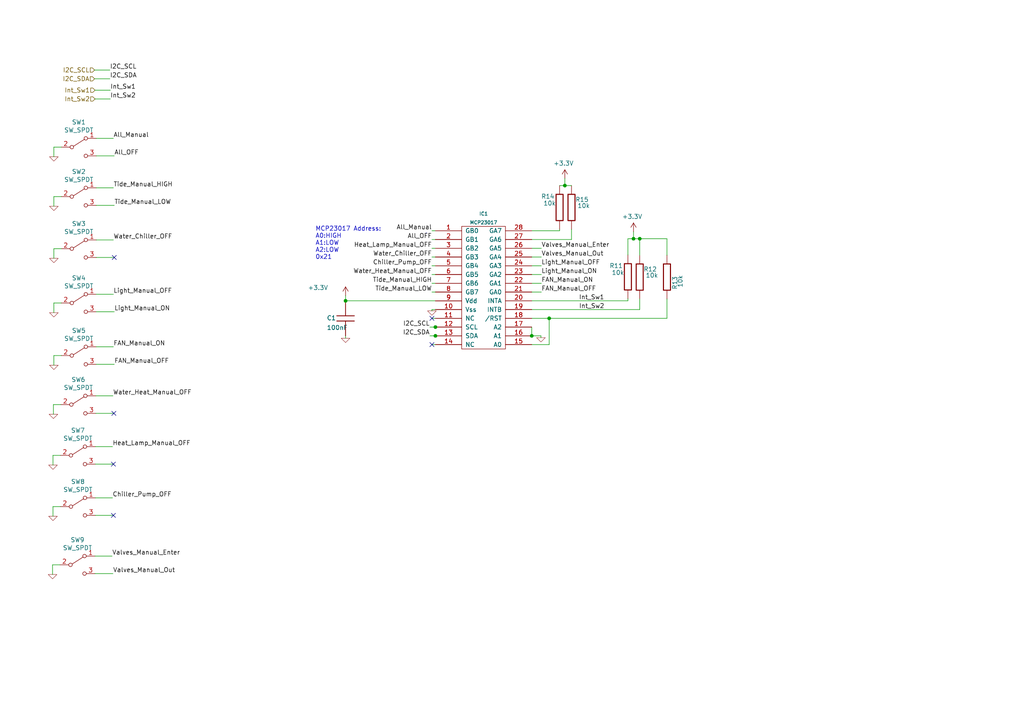
<source format=kicad_sch>
(kicad_sch (version 20230121) (generator eeschema)

  (uuid 4a77daec-90cf-4287-a957-88bcbaf93ced)

  (paper "A4")

  (lib_symbols
    (symbol "Simbolos_Luis:SW_SPDT" (pin_names (offset 0) hide) (in_bom yes) (on_board yes)
      (property "Reference" "SW" (at 0 4.318 0)
        (effects (font (size 1.27 1.27)))
      )
      (property "Value" "SW_SPDT" (at 0 -5.08 0)
        (effects (font (size 1.27 1.27)))
      )
      (property "Footprint" "" (at 0 0 0)
        (effects (font (size 1.27 1.27)) hide)
      )
      (property "Datasheet" "~" (at 0 0 0)
        (effects (font (size 1.27 1.27)) hide)
      )
      (property "ki_keywords" "switch single-pole double-throw spdt ON-ON" (at 0 0 0)
        (effects (font (size 1.27 1.27)) hide)
      )
      (property "ki_description" "Switch, single pole double throw" (at 0 0 0)
        (effects (font (size 1.27 1.27)) hide)
      )
      (symbol "SW_SPDT_0_0"
        (circle (center -2.032 0) (radius 0.508)
          (stroke (width 0) (type default))
          (fill (type none))
        )
        (circle (center 2.032 -2.54) (radius 0.508)
          (stroke (width 0) (type default))
          (fill (type none))
        )
      )
      (symbol "SW_SPDT_0_1"
        (polyline
          (pts
            (xy -1.524 0.254)
            (xy 1.651 2.286)
          )
          (stroke (width 0) (type default))
          (fill (type none))
        )
        (circle (center 2.032 2.54) (radius 0.508)
          (stroke (width 0) (type default))
          (fill (type none))
        )
      )
      (symbol "SW_SPDT_1_1"
        (pin passive line (at 5.08 2.54 180) (length 2.54)
          (name "A" (effects (font (size 1.27 1.27))))
          (number "1" (effects (font (size 1.27 1.27))))
        )
        (pin passive line (at -5.08 0 0) (length 2.54)
          (name "B" (effects (font (size 1.27 1.27))))
          (number "2" (effects (font (size 1.27 1.27))))
        )
        (pin passive line (at 5.08 -2.54 180) (length 2.54)
          (name "C" (effects (font (size 1.27 1.27))))
          (number "3" (effects (font (size 1.27 1.27))))
        )
      )
    )
    (symbol "lsts-ic:MCP23017" (pin_names (offset 1.016)) (in_bom yes) (on_board yes)
      (property "Reference" "IC" (at 2.54 -22.86 0)
        (effects (font (size 0.9906 0.9906)))
      )
      (property "Value" "MCP23017" (at 2.54 12.7 0)
        (effects (font (size 0.9906 0.9906)))
      )
      (property "Footprint" "" (at 0 0 0)
        (effects (font (size 1.524 1.524)))
      )
      (property "Datasheet" "" (at 0 0 0)
        (effects (font (size 1.524 1.524)))
      )
      (symbol "MCP23017_0_1"
        (rectangle (start -3.81 -24.13) (end 8.89 11.43)
          (stroke (width 0) (type default))
          (fill (type none))
        )
      )
      (symbol "MCP23017_1_1"
        (pin bidirectional line (at -11.43 10.16 0) (length 7.62)
          (name "GB0" (effects (font (size 1.27 1.27))))
          (number "1" (effects (font (size 1.27 1.27))))
        )
        (pin power_in line (at -11.43 -12.7 0) (length 7.62)
          (name "Vss" (effects (font (size 1.27 1.27))))
          (number "10" (effects (font (size 1.27 1.27))))
        )
        (pin unspecified line (at -11.43 -15.24 0) (length 7.62)
          (name "NC" (effects (font (size 1.27 1.27))))
          (number "11" (effects (font (size 1.27 1.27))))
        )
        (pin input line (at -11.43 -17.78 0) (length 7.62)
          (name "SCL" (effects (font (size 1.27 1.27))))
          (number "12" (effects (font (size 1.27 1.27))))
        )
        (pin bidirectional line (at -11.43 -20.32 0) (length 7.62)
          (name "SDA" (effects (font (size 1.27 1.27))))
          (number "13" (effects (font (size 1.27 1.27))))
        )
        (pin unspecified line (at -11.43 -22.86 0) (length 7.62)
          (name "NC" (effects (font (size 1.27 1.27))))
          (number "14" (effects (font (size 1.27 1.27))))
        )
        (pin input line (at 16.51 -22.86 180) (length 7.62)
          (name "A0" (effects (font (size 1.27 1.27))))
          (number "15" (effects (font (size 1.27 1.27))))
        )
        (pin input line (at 16.51 -20.32 180) (length 7.62)
          (name "A1" (effects (font (size 1.27 1.27))))
          (number "16" (effects (font (size 1.27 1.27))))
        )
        (pin input line (at 16.51 -17.78 180) (length 7.62)
          (name "A2" (effects (font (size 1.27 1.27))))
          (number "17" (effects (font (size 1.27 1.27))))
        )
        (pin input line (at 16.51 -15.24 180) (length 7.62)
          (name "/RST" (effects (font (size 1.27 1.27))))
          (number "18" (effects (font (size 1.27 1.27))))
        )
        (pin output line (at 16.51 -12.7 180) (length 7.62)
          (name "INTB" (effects (font (size 1.27 1.27))))
          (number "19" (effects (font (size 1.27 1.27))))
        )
        (pin bidirectional line (at -11.43 7.62 0) (length 7.62)
          (name "GB1" (effects (font (size 1.27 1.27))))
          (number "2" (effects (font (size 1.27 1.27))))
        )
        (pin output line (at 16.51 -10.16 180) (length 7.62)
          (name "INTA" (effects (font (size 1.27 1.27))))
          (number "20" (effects (font (size 1.27 1.27))))
        )
        (pin bidirectional line (at 16.51 -7.62 180) (length 7.62)
          (name "GA0" (effects (font (size 1.27 1.27))))
          (number "21" (effects (font (size 1.27 1.27))))
        )
        (pin bidirectional line (at 16.51 -5.08 180) (length 7.62)
          (name "GA1" (effects (font (size 1.27 1.27))))
          (number "22" (effects (font (size 1.27 1.27))))
        )
        (pin bidirectional line (at 16.51 -2.54 180) (length 7.62)
          (name "GA2" (effects (font (size 1.27 1.27))))
          (number "23" (effects (font (size 1.27 1.27))))
        )
        (pin bidirectional line (at 16.51 0 180) (length 7.62)
          (name "GA3" (effects (font (size 1.27 1.27))))
          (number "24" (effects (font (size 1.27 1.27))))
        )
        (pin bidirectional line (at 16.51 2.54 180) (length 7.62)
          (name "GA4" (effects (font (size 1.27 1.27))))
          (number "25" (effects (font (size 1.27 1.27))))
        )
        (pin bidirectional line (at 16.51 5.08 180) (length 7.62)
          (name "GA5" (effects (font (size 1.27 1.27))))
          (number "26" (effects (font (size 1.27 1.27))))
        )
        (pin bidirectional line (at 16.51 7.62 180) (length 7.62)
          (name "GA6" (effects (font (size 1.27 1.27))))
          (number "27" (effects (font (size 1.27 1.27))))
        )
        (pin bidirectional line (at 16.51 10.16 180) (length 7.62)
          (name "GA7" (effects (font (size 1.27 1.27))))
          (number "28" (effects (font (size 1.27 1.27))))
        )
        (pin bidirectional line (at -11.43 5.08 0) (length 7.62)
          (name "GB2" (effects (font (size 1.27 1.27))))
          (number "3" (effects (font (size 1.27 1.27))))
        )
        (pin bidirectional line (at -11.43 2.54 0) (length 7.62)
          (name "GB3" (effects (font (size 1.27 1.27))))
          (number "4" (effects (font (size 1.27 1.27))))
        )
        (pin bidirectional line (at -11.43 0 0) (length 7.62)
          (name "GB4" (effects (font (size 1.27 1.27))))
          (number "5" (effects (font (size 1.27 1.27))))
        )
        (pin bidirectional line (at -11.43 -2.54 0) (length 7.62)
          (name "GB5" (effects (font (size 1.27 1.27))))
          (number "6" (effects (font (size 1.27 1.27))))
        )
        (pin bidirectional line (at -11.43 -5.08 0) (length 7.62)
          (name "GB6" (effects (font (size 1.27 1.27))))
          (number "7" (effects (font (size 1.27 1.27))))
        )
        (pin bidirectional line (at -11.43 -7.62 0) (length 7.62)
          (name "GB7" (effects (font (size 1.27 1.27))))
          (number "8" (effects (font (size 1.27 1.27))))
        )
        (pin power_in line (at -11.43 -10.16 0) (length 7.62)
          (name "Vdd" (effects (font (size 1.27 1.27))))
          (number "9" (effects (font (size 1.27 1.27))))
        )
        (pin power_in line (at -11.43 -10.16 0) (length 7.62)
          (name "Vdd" (effects (font (size 1.27 1.27))))
          (number "9" (effects (font (size 1.27 1.27))))
        )
      )
    )
    (symbol "lsts-passives:C" (pin_numbers hide) (pin_names (offset 0.254)) (in_bom yes) (on_board yes)
      (property "Reference" "C" (at 1.27 2.54 0)
        (effects (font (size 1.27 1.27)) (justify left))
      )
      (property "Value" "C" (at 1.27 -2.54 0)
        (effects (font (size 1.27 1.27)) (justify left))
      )
      (property "Footprint" "" (at 0 0 0)
        (effects (font (size 1.524 1.524)))
      )
      (property "Datasheet" "" (at 0 0 0)
        (effects (font (size 1.524 1.524)))
      )
      (property "ki_fp_filters" "C_*" (at 0 0 0)
        (effects (font (size 1.27 1.27)) hide)
      )
      (symbol "C_0_1"
        (polyline
          (pts
            (xy -2.54 -0.762)
            (xy 2.54 -0.762)
          )
          (stroke (width 0.254) (type default))
          (fill (type none))
        )
        (polyline
          (pts
            (xy -2.54 0.762)
            (xy 2.54 0.762)
          )
          (stroke (width 0.254) (type default))
          (fill (type none))
        )
      )
      (symbol "C_1_1"
        (pin passive line (at 0 5.08 270) (length 4.318)
          (name "~" (effects (font (size 1.016 1.016))))
          (number "1" (effects (font (size 1.016 1.016))))
        )
        (pin passive line (at 0 -5.08 90) (length 4.318)
          (name "~" (effects (font (size 1.016 1.016))))
          (number "2" (effects (font (size 1.016 1.016))))
        )
      )
    )
    (symbol "lsts-passives:R" (pin_numbers hide) (pin_names (offset 0)) (in_bom yes) (on_board yes)
      (property "Reference" "R" (at 2.032 0 90)
        (effects (font (size 1.27 1.27)))
      )
      (property "Value" "R" (at 0 0 90)
        (effects (font (size 1.27 1.27)))
      )
      (property "Footprint" "" (at 0 0 0)
        (effects (font (size 1.524 1.524)))
      )
      (property "Datasheet" "" (at 0 0 0)
        (effects (font (size 1.524 1.524)))
      )
      (property "ki_fp_filters" "R_*" (at 0 0 0)
        (effects (font (size 1.27 1.27)) hide)
      )
      (symbol "R_0_1"
        (rectangle (start -1.016 3.81) (end 1.016 -3.81)
          (stroke (width 0.3048) (type default))
          (fill (type none))
        )
      )
      (symbol "R_1_1"
        (pin passive line (at 0 6.35 270) (length 2.54)
          (name "~" (effects (font (size 1.524 1.524))))
          (number "1" (effects (font (size 1.524 1.524))))
        )
        (pin passive line (at 0 -6.35 90) (length 2.54)
          (name "~" (effects (font (size 1.524 1.524))))
          (number "2" (effects (font (size 1.524 1.524))))
        )
      )
    )
    (symbol "power1:+3.3V" (power) (pin_names (offset 0)) (in_bom yes) (on_board yes)
      (property "Reference" "#PWR" (at 0 -3.81 0)
        (effects (font (size 1.27 1.27)) hide)
      )
      (property "Value" "+3.3V" (at 0 3.556 0)
        (effects (font (size 1.27 1.27)))
      )
      (property "Footprint" "" (at 0 0 0)
        (effects (font (size 1.27 1.27)) hide)
      )
      (property "Datasheet" "" (at 0 0 0)
        (effects (font (size 1.27 1.27)) hide)
      )
      (property "ki_keywords" "power-flag" (at 0 0 0)
        (effects (font (size 1.27 1.27)) hide)
      )
      (property "ki_description" "Power symbol creates a global label with name \"+3.3V\"" (at 0 0 0)
        (effects (font (size 1.27 1.27)) hide)
      )
      (symbol "+3.3V_0_1"
        (polyline
          (pts
            (xy -0.762 1.27)
            (xy 0 2.54)
          )
          (stroke (width 0) (type default))
          (fill (type none))
        )
        (polyline
          (pts
            (xy 0 0)
            (xy 0 2.54)
          )
          (stroke (width 0) (type default))
          (fill (type none))
        )
        (polyline
          (pts
            (xy 0 2.54)
            (xy 0.762 1.27)
          )
          (stroke (width 0) (type default))
          (fill (type none))
        )
      )
      (symbol "+3.3V_1_1"
        (pin power_in line (at 0 0 90) (length 0) hide
          (name "+3.3V" (effects (font (size 1.27 1.27))))
          (number "1" (effects (font (size 1.27 1.27))))
        )
      )
    )
    (symbol "power:GND" (power) (pin_names (offset 0)) (in_bom yes) (on_board yes)
      (property "Reference" "#PWR" (at 0 0 0)
        (effects (font (size 0.762 0.762)) hide)
      )
      (property "Value" "GND" (at 0 -1.778 0)
        (effects (font (size 0.762 0.762)) hide)
      )
      (property "Footprint" "" (at 0 0 0)
        (effects (font (size 1.524 1.524)))
      )
      (property "Datasheet" "" (at 0 0 0)
        (effects (font (size 1.524 1.524)))
      )
      (symbol "GND_0_1"
        (polyline
          (pts
            (xy -1.27 0)
            (xy 0 -1.27)
            (xy 1.27 0)
            (xy -1.27 0)
          )
          (stroke (width 0.1016) (type default))
          (fill (type none))
        )
      )
      (symbol "GND_1_1"
        (pin power_in line (at 0 0 90) (length 0) hide
          (name "GND" (effects (font (size 0.762 0.762))))
          (number "1" (effects (font (size 0.762 0.762))))
        )
      )
    )
  )

  (junction (at 185.547 69.2404) (diameter 0) (color 0 0 0 0)
    (uuid 159402ab-2382-44de-a8a1-aef3bfc32a49)
  )
  (junction (at 100.2284 87.249) (diameter 0) (color 0 0 0 0)
    (uuid 1ef7f0bf-b3b8-443d-9924-308df951d37f)
  )
  (junction (at 183.7436 69.2404) (diameter 0) (color 0 0 0 0)
    (uuid 356b6d76-1199-4339-8890-cfdfd91256f9)
  )
  (junction (at 163.83 53.8226) (diameter 0) (color 0 0 0 0)
    (uuid 3f58b2c5-9738-425d-9b1e-ca1611205df0)
  )
  (junction (at 126.2888 94.869) (diameter 0) (color 0 0 0 0)
    (uuid 772449d7-e24b-4012-8b6c-40963f985084)
  )
  (junction (at 126.2888 97.409) (diameter 0) (color 0 0 0 0)
    (uuid bfd0d9ac-e483-4bdc-839d-28aacbf0be80)
  )
  (junction (at 154.2288 97.409) (diameter 0) (color 0 0 0 0)
    (uuid ef5373b6-82b6-4ac7-869a-cc4ca6e2b665)
  )
  (junction (at 159.2834 92.329) (diameter 0) (color 0 0 0 0)
    (uuid fbf799dc-79d0-4b0c-8f09-8907e99eafd8)
  )

  (no_connect (at 125.2728 99.949) (uuid 077f176a-65f8-4ac0-b519-a4e913923c25))
  (no_connect (at 32.893 149.479) (uuid 3ef172b7-c87e-4cc5-9b73-e079a226dabe))
  (no_connect (at 125.2728 92.329) (uuid 7a4d78d8-714c-46df-8f44-390569a1a104))
  (no_connect (at 33.02 119.888) (uuid b19e989d-6699-49a4-9b60-fd12bde62903))
  (no_connect (at 32.893 134.62) (uuid c5301533-f8e8-4674-9f52-64003a392bb6))
  (no_connect (at 33.147 74.676) (uuid d0e7eb35-ecf7-4830-9f1d-1b9446209df5))

  (wire (pts (xy 193.4464 69.2404) (xy 185.547 69.2404))
    (stroke (width 0) (type default))
    (uuid 02a63f3c-5548-4872-a512-824b402171be)
  )
  (wire (pts (xy 125.2728 79.629) (xy 126.2888 79.629))
    (stroke (width 0) (type default))
    (uuid 0356f1ce-e6a6-40ef-bb06-0e9c20d80879)
  )
  (wire (pts (xy 154.2288 72.009) (xy 157.0228 72.009))
    (stroke (width 0) (type default))
    (uuid 07297490-88f1-4693-b4d9-b5620a56fa43)
  )
  (wire (pts (xy 27.94 45.212) (xy 33.147 45.212))
    (stroke (width 0) (type default))
    (uuid 08fd2f8a-725d-46c5-aeb1-16d5c35f373b)
  )
  (wire (pts (xy 193.4464 74.0156) (xy 193.4464 69.2404))
    (stroke (width 0) (type default))
    (uuid 0a04ecdb-cdca-497d-8706-2d65c53fb00d)
  )
  (wire (pts (xy 27.94 90.424) (xy 33.147 90.424))
    (stroke (width 0) (type default))
    (uuid 0e40cc5b-23ff-45fc-b169-25e88171f21f)
  )
  (wire (pts (xy 162.306 53.8226) (xy 163.83 53.8226))
    (stroke (width 0) (type default))
    (uuid 10262477-1ee2-4129-9ec4-b86d447ad05c)
  )
  (wire (pts (xy 126.2888 92.329) (xy 125.2728 92.329))
    (stroke (width 0) (type default))
    (uuid 10a69a1d-fe46-4632-bf60-d5e0a97455d0)
  )
  (wire (pts (xy 124.6632 97.409) (xy 126.2888 97.409))
    (stroke (width 0) (type default))
    (uuid 116b0b67-b97b-4f37-b263-4b0e88f208b4)
  )
  (wire (pts (xy 27.432 20.32) (xy 31.877 20.32))
    (stroke (width 0) (type default))
    (uuid 11b8cf63-2006-4ca0-8cef-a7d78236aae0)
  )
  (wire (pts (xy 27.813 114.808) (xy 32.766 114.808))
    (stroke (width 0) (type default))
    (uuid 135de708-7715-40dc-b7ed-a77e96a2c923)
  )
  (wire (pts (xy 154.2288 84.709) (xy 157.0228 84.709))
    (stroke (width 0) (type default))
    (uuid 137bfaf2-2c86-4794-88d0-ac3dc3625d74)
  )
  (wire (pts (xy 27.94 54.483) (xy 32.893 54.483))
    (stroke (width 0) (type default))
    (uuid 13d50384-49ed-44d4-8969-15a04c3a0916)
  )
  (wire (pts (xy 154.2288 66.929) (xy 162.306 66.929))
    (stroke (width 0) (type default))
    (uuid 158beed6-d913-4011-88cd-acaedbd694db)
  )
  (wire (pts (xy 27.686 149.479) (xy 32.893 149.479))
    (stroke (width 0) (type default))
    (uuid 18364780-86cf-42dd-8cab-3c078175c0fb)
  )
  (wire (pts (xy 15.367 146.939) (xy 17.526 146.939))
    (stroke (width 0) (type default))
    (uuid 1ac3637b-373e-4c65-9828-3551beeb6bc1)
  )
  (wire (pts (xy 15.621 72.136) (xy 17.78 72.136))
    (stroke (width 0) (type default))
    (uuid 24bdbe1a-c2ec-4f40-b47f-df9723847e87)
  )
  (wire (pts (xy 125.2728 72.009) (xy 126.2888 72.009))
    (stroke (width 0) (type default))
    (uuid 27f979c8-8b19-4e51-9d64-ab2adb698d89)
  )
  (wire (pts (xy 125.2728 82.169) (xy 126.2888 82.169))
    (stroke (width 0) (type default))
    (uuid 29edac24-3f0c-4058-866a-d4463cfbbfae)
  )
  (wire (pts (xy 125.2728 77.089) (xy 126.2888 77.089))
    (stroke (width 0) (type default))
    (uuid 2d490f59-7a60-4195-bfec-6adca48e2ceb)
  )
  (wire (pts (xy 27.94 59.563) (xy 33.147 59.563))
    (stroke (width 0) (type default))
    (uuid 2e560132-8c69-4ea1-9166-9eefdf78d5fa)
  )
  (wire (pts (xy 124.6632 94.869) (xy 126.2888 94.869))
    (stroke (width 0) (type default))
    (uuid 36e492bf-8480-45ea-a335-a21eb6ff2fc9)
  )
  (wire (pts (xy 126.2888 94.869) (xy 126.3142 94.869))
    (stroke (width 0) (type default))
    (uuid 3badd01f-e244-45f0-93b5-f27e7f0eed1b)
  )
  (wire (pts (xy 27.686 129.54) (xy 32.639 129.54))
    (stroke (width 0) (type default))
    (uuid 3c418c82-f117-44fc-802c-e66152e4c3d5)
  )
  (wire (pts (xy 159.2834 92.329) (xy 193.4464 92.329))
    (stroke (width 0) (type default))
    (uuid 3d3265ab-fd92-466e-989e-26869125bb10)
  )
  (wire (pts (xy 193.4464 92.329) (xy 193.4464 86.7156))
    (stroke (width 0) (type default))
    (uuid 46c83fe0-7d52-4af2-8daf-cdc598fdea47)
  )
  (wire (pts (xy 156.8958 97.409) (xy 156.8958 97.917))
    (stroke (width 0) (type default))
    (uuid 4b3753fb-244e-4813-a2c4-a7f58b1d9ef9)
  )
  (wire (pts (xy 125.2728 74.549) (xy 126.2888 74.549))
    (stroke (width 0) (type default))
    (uuid 4bc1cc6c-5a09-4288-ad22-d8e6343c9053)
  )
  (wire (pts (xy 154.2288 74.549) (xy 157.0228 74.549))
    (stroke (width 0) (type default))
    (uuid 50691e82-9089-45bd-9559-59d2d2296b23)
  )
  (wire (pts (xy 27.559 28.702) (xy 32.004 28.702))
    (stroke (width 0) (type default))
    (uuid 50961f08-645c-4cde-9983-049dbed5c42a)
  )
  (wire (pts (xy 182.118 86.6394) (xy 182.118 87.249))
    (stroke (width 0) (type default))
    (uuid 50dc1afd-9641-4d2e-b042-2c2ed644685c)
  )
  (wire (pts (xy 154.2288 77.089) (xy 157.0228 77.089))
    (stroke (width 0) (type default))
    (uuid 529cfdc5-e88a-42d3-9a82-d992b6f3cc88)
  )
  (wire (pts (xy 27.559 161.29) (xy 32.512 161.29))
    (stroke (width 0) (type default))
    (uuid 540f762d-0cd2-40cc-9be0-42eef7073164)
  )
  (wire (pts (xy 100.2284 85.7504) (xy 100.2284 87.249))
    (stroke (width 0) (type default))
    (uuid 5521d34b-82f9-403b-9bb3-24f1994a114a)
  )
  (wire (pts (xy 15.367 146.939) (xy 15.367 149.733))
    (stroke (width 0) (type default))
    (uuid 64a864c2-b93c-4e39-819f-fbea0d3ffa98)
  )
  (wire (pts (xy 182.118 73.9394) (xy 182.118 69.2404))
    (stroke (width 0) (type default))
    (uuid 65310158-bfc3-4d89-a2d0-2a384e68d2a2)
  )
  (wire (pts (xy 15.621 42.672) (xy 17.78 42.672))
    (stroke (width 0) (type default))
    (uuid 6b9dfe21-5a40-4083-9332-308b7e2fb935)
  )
  (wire (pts (xy 27.94 40.132) (xy 32.893 40.132))
    (stroke (width 0) (type default))
    (uuid 6bffc45a-2b3f-44d2-933e-6cf661077d08)
  )
  (wire (pts (xy 165.7604 66.5226) (xy 165.7604 69.469))
    (stroke (width 0) (type default))
    (uuid 6d87d20f-c4ac-4360-8755-e5ffbbef4978)
  )
  (wire (pts (xy 154.2288 92.329) (xy 159.2834 92.329))
    (stroke (width 0) (type default))
    (uuid 72fab417-50a2-41da-8a87-9959e16b2150)
  )
  (wire (pts (xy 15.621 87.884) (xy 17.78 87.884))
    (stroke (width 0) (type default))
    (uuid 75228639-6876-4937-a9c1-a2f9b5a8b387)
  )
  (wire (pts (xy 15.621 103.124) (xy 17.78 103.124))
    (stroke (width 0) (type default))
    (uuid 77028729-e077-4d6d-b8f7-f19ac3edfe70)
  )
  (wire (pts (xy 27.94 105.664) (xy 33.147 105.664))
    (stroke (width 0) (type default))
    (uuid 78288080-f090-4002-976b-1af1891768d1)
  )
  (wire (pts (xy 27.686 144.399) (xy 32.639 144.399))
    (stroke (width 0) (type default))
    (uuid 786f90ce-3ad2-411d-9cf3-21a0ce926641)
  )
  (wire (pts (xy 27.432 22.86) (xy 31.877 22.86))
    (stroke (width 0) (type default))
    (uuid 792fce4b-b690-4d6b-8699-2cf103824766)
  )
  (wire (pts (xy 27.813 119.888) (xy 33.02 119.888))
    (stroke (width 0) (type default))
    (uuid 793c8cbd-0bef-4f3a-8d5d-af72efc39830)
  )
  (wire (pts (xy 185.547 86.7156) (xy 185.547 89.789))
    (stroke (width 0) (type default))
    (uuid 79de7983-76f5-487a-8dcb-100726aa15a0)
  )
  (wire (pts (xy 182.118 69.2404) (xy 183.7436 69.2404))
    (stroke (width 0) (type default))
    (uuid 7bf29556-efbb-4dd9-a67f-40cc490660f5)
  )
  (wire (pts (xy 162.306 66.929) (xy 162.306 66.5226))
    (stroke (width 0) (type default))
    (uuid 7ea4f0a0-7f4b-49a7-b292-141f918b8852)
  )
  (wire (pts (xy 27.559 166.37) (xy 32.766 166.37))
    (stroke (width 0) (type default))
    (uuid 88a40f5f-b77e-4a59-bd9e-a01f3abbd38b)
  )
  (wire (pts (xy 27.94 69.596) (xy 32.893 69.596))
    (stroke (width 0) (type default))
    (uuid 8e06144a-a677-4ca1-a751-d1d83cb0e8d7)
  )
  (wire (pts (xy 163.83 53.8226) (xy 163.83 51.7652))
    (stroke (width 0) (type default))
    (uuid 9053cfaa-37c0-4c29-8f33-1130f6010a7f)
  )
  (wire (pts (xy 154.2288 99.949) (xy 159.2834 99.949))
    (stroke (width 0) (type default))
    (uuid 953794e1-4ff8-47fa-8d68-46cfd333903e)
  )
  (wire (pts (xy 125.2728 66.929) (xy 126.2888 66.929))
    (stroke (width 0) (type default))
    (uuid 95681efc-ad4e-4e6e-b165-35a036419259)
  )
  (wire (pts (xy 27.686 134.62) (xy 32.893 134.62))
    (stroke (width 0) (type default))
    (uuid 95f07c91-a6da-4d33-8c16-76f3b148b081)
  )
  (wire (pts (xy 15.494 117.348) (xy 15.494 120.142))
    (stroke (width 0) (type default))
    (uuid 9718b7bf-ab3a-4651-b87a-76c9cb041108)
  )
  (wire (pts (xy 125.2728 84.709) (xy 126.2888 84.709))
    (stroke (width 0) (type default))
    (uuid a0537a3a-fe6e-4131-a3c3-9fff501cb56e)
  )
  (wire (pts (xy 15.621 87.884) (xy 15.621 90.678))
    (stroke (width 0) (type default))
    (uuid a28a6370-b242-4d8d-a968-17f3421d2ddd)
  )
  (wire (pts (xy 183.7436 69.2404) (xy 183.7436 67.2084))
    (stroke (width 0) (type default))
    (uuid a28c75f2-008b-41ff-86bb-3ece3db68d1c)
  )
  (wire (pts (xy 27.559 26.162) (xy 32.004 26.162))
    (stroke (width 0) (type default))
    (uuid a6b5ab61-6f03-4337-a00d-5dce52fb7be6)
  )
  (wire (pts (xy 15.621 57.023) (xy 17.78 57.023))
    (stroke (width 0) (type default))
    (uuid ac112076-74cf-4128-bc19-32946019c8ec)
  )
  (wire (pts (xy 163.83 53.8226) (xy 165.7604 53.8226))
    (stroke (width 0) (type default))
    (uuid adf15aaf-8956-46fe-9bd6-316a24907100)
  )
  (wire (pts (xy 100.2284 87.249) (xy 126.2888 87.249))
    (stroke (width 0) (type default))
    (uuid ae8dbc7b-2cf6-4f21-ad37-780bd7c635e8)
  )
  (wire (pts (xy 15.24 163.83) (xy 17.399 163.83))
    (stroke (width 0) (type default))
    (uuid b208100e-f940-4e80-8d60-28166146330a)
  )
  (wire (pts (xy 154.2288 89.789) (xy 185.547 89.789))
    (stroke (width 0) (type default))
    (uuid b277fe16-dd5e-49a9-9ebe-f85e89d63324)
  )
  (wire (pts (xy 154.2288 94.869) (xy 154.2288 97.409))
    (stroke (width 0) (type default))
    (uuid bec1aba4-e95b-465a-ad55-ff5b7364ee1e)
  )
  (wire (pts (xy 27.94 85.344) (xy 32.893 85.344))
    (stroke (width 0) (type default))
    (uuid c17f1203-8eca-48bd-9c24-14a2144c8109)
  )
  (wire (pts (xy 15.367 132.08) (xy 17.526 132.08))
    (stroke (width 0) (type default))
    (uuid c465dd16-1797-4e2e-96c7-c0bf4ee02dda)
  )
  (wire (pts (xy 154.2288 79.629) (xy 157.0228 79.629))
    (stroke (width 0) (type default))
    (uuid c5658757-1db1-4c0b-8bf3-b7760f139d18)
  )
  (wire (pts (xy 27.94 100.584) (xy 32.893 100.584))
    (stroke (width 0) (type default))
    (uuid c7859752-877f-4395-8b5b-df62b453a5b7)
  )
  (wire (pts (xy 100.2284 87.249) (xy 100.2284 87.2744))
    (stroke (width 0) (type default))
    (uuid c7b24d01-e4b1-446b-a8d1-ff497dbc0e35)
  )
  (wire (pts (xy 126.2888 99.949) (xy 125.2728 99.949))
    (stroke (width 0) (type default))
    (uuid c99d1f68-4752-463e-bcb1-684466286648)
  )
  (wire (pts (xy 125.2728 90.17) (xy 125.2728 89.789))
    (stroke (width 0) (type default))
    (uuid cb6be5e8-db18-4438-bba1-f51bdc3755c4)
  )
  (wire (pts (xy 15.24 163.83) (xy 15.24 166.624))
    (stroke (width 0) (type default))
    (uuid cf4adcb4-9b37-43a6-8efa-48b0f4ee9cb1)
  )
  (wire (pts (xy 15.621 72.136) (xy 15.621 74.93))
    (stroke (width 0) (type default))
    (uuid d0e1a963-a5e3-47a0-9976-96a44145210f)
  )
  (wire (pts (xy 15.367 132.08) (xy 15.367 134.874))
    (stroke (width 0) (type default))
    (uuid d270d53a-75e1-4e6b-a691-be9943c93fde)
  )
  (wire (pts (xy 125.2728 69.469) (xy 126.2888 69.469))
    (stroke (width 0) (type default))
    (uuid d2b00767-a2ab-4579-852f-0eb04da14bc1)
  )
  (wire (pts (xy 154.2288 69.469) (xy 165.7604 69.469))
    (stroke (width 0) (type default))
    (uuid d68f01dd-ef0f-4e27-8766-ab6f2077023c)
  )
  (wire (pts (xy 100.2284 97.4344) (xy 100.2284 98.0948))
    (stroke (width 0) (type default))
    (uuid da9ebe19-cef4-462e-a60f-5b98a3c326f1)
  )
  (wire (pts (xy 185.547 74.0156) (xy 185.547 69.2404))
    (stroke (width 0) (type default))
    (uuid ddc237d1-8a31-4484-9226-1f651b1aa40e)
  )
  (wire (pts (xy 154.2288 82.169) (xy 157.0228 82.169))
    (stroke (width 0) (type default))
    (uuid e2fff2c1-7e91-4654-b29c-4c838a55e763)
  )
  (wire (pts (xy 15.494 117.348) (xy 17.653 117.348))
    (stroke (width 0) (type default))
    (uuid e5f35ce7-e5b0-477f-893e-e407ffbcac3b)
  )
  (wire (pts (xy 15.621 42.672) (xy 15.621 45.466))
    (stroke (width 0) (type default))
    (uuid ea4b0ff0-e172-4af5-8869-4a04bf71ae4b)
  )
  (wire (pts (xy 154.2288 87.249) (xy 182.118 87.249))
    (stroke (width 0) (type default))
    (uuid f1955e8f-a53e-4929-894c-f6dd5c651322)
  )
  (wire (pts (xy 154.2288 97.409) (xy 156.8958 97.409))
    (stroke (width 0) (type default))
    (uuid f3bcd3fe-0055-498d-b50c-162f21e72cc1)
  )
  (wire (pts (xy 27.94 74.676) (xy 33.147 74.676))
    (stroke (width 0) (type default))
    (uuid f4115ff6-7596-44d3-ba43-8eef9f3c3141)
  )
  (wire (pts (xy 126.2888 97.409) (xy 126.3142 97.409))
    (stroke (width 0) (type default))
    (uuid f653ff5f-78c3-4f7e-87a8-03ad19384b1d)
  )
  (wire (pts (xy 159.2834 92.329) (xy 159.2834 99.949))
    (stroke (width 0) (type default))
    (uuid f70c7564-4a19-4621-bea1-74ffbcb21ae7)
  )
  (wire (pts (xy 185.547 69.2404) (xy 183.7436 69.2404))
    (stroke (width 0) (type default))
    (uuid f79f0108-8d92-4fb7-a984-5a460f93bf97)
  )
  (wire (pts (xy 15.621 57.023) (xy 15.621 59.817))
    (stroke (width 0) (type default))
    (uuid fc0d5a7f-42ef-4d6d-9128-1a2154ddd095)
  )
  (wire (pts (xy 15.621 103.124) (xy 15.621 105.918))
    (stroke (width 0) (type default))
    (uuid fc2fbc7f-a224-4370-9aed-20a4be3a4765)
  )
  (wire (pts (xy 125.2728 89.789) (xy 126.2888 89.789))
    (stroke (width 0) (type default))
    (uuid fec853da-660c-491f-a5fb-f635e4c55c9c)
  )

  (text "MCP23017 Address: \nA0:HIGH\nA1:LOW\nA2:LOW\n0x21" (at 91.4654 75.4126 0)
    (effects (font (size 1.27 1.27)) (justify left bottom))
    (uuid b8ca0a95-3557-4a0c-83bb-2fb705fb9f14)
  )
  (text "wewew" (at 123.698 67.7418 0)
    (effects (font (size 0 0)) (justify right bottom))
    (uuid fe73c740-3381-4217-b360-37fe825f3934)
  )

  (label "Tide_Manual_HIGH" (at 125.2728 82.169 180) (fields_autoplaced)
    (effects (font (size 1.27 1.27)) (justify right bottom))
    (uuid 00de70f4-59b1-4805-9c74-5968266b6bdb)
  )
  (label "Chiller_Pump_OFF" (at 32.639 144.399 0) (fields_autoplaced)
    (effects (font (size 1.27 1.27)) (justify left bottom))
    (uuid 065febe7-660e-4033-81ab-10e93472278f)
  )
  (label "FAN_Manual_ON" (at 32.893 100.584 0) (fields_autoplaced)
    (effects (font (size 1.27 1.27)) (justify left bottom))
    (uuid 109b4613-4df2-483a-b41e-ce22b1528cd0)
  )
  (label "Heat_Lamp_Manual_OFF" (at 125.2728 72.009 180) (fields_autoplaced)
    (effects (font (size 1.27 1.27)) (justify right bottom))
    (uuid 132fae90-5540-44d1-9039-2612bb0bb7a8)
  )
  (label "Chiller_Pump_OFF" (at 125.2728 77.089 180) (fields_autoplaced)
    (effects (font (size 1.27 1.27)) (justify right bottom))
    (uuid 178f1cd3-7b1d-403a-8e90-b7494d8f62f3)
  )
  (label "Int_Sw2" (at 32.004 28.702 0) (fields_autoplaced)
    (effects (font (size 1.27 1.27)) (justify left bottom))
    (uuid 18344ff8-0afc-4e15-b66b-e6b11167e37a)
  )
  (label "Water_Chiller_OFF" (at 125.2728 74.549 180) (fields_autoplaced)
    (effects (font (size 1.27 1.27)) (justify right bottom))
    (uuid 32b89390-3469-4924-8016-9b272342ca1a)
  )
  (label "Int_Sw1" (at 167.894 87.249 0) (fields_autoplaced)
    (effects (font (size 1.27 1.27)) (justify left bottom))
    (uuid 3b798125-7ef5-4c49-ba24-cdbd1b1f90ae)
  )
  (label "Heat_Lamp_Manual_OFF" (at 32.639 129.54 0) (fields_autoplaced)
    (effects (font (size 1.27 1.27)) (justify left bottom))
    (uuid 427518e8-7674-4e9e-b638-29aa85f4aca1)
  )
  (label "All_OFF" (at 125.2728 69.469 180) (fields_autoplaced)
    (effects (font (size 1.27 1.27)) (justify right bottom))
    (uuid 42b73a71-3ec4-499d-936a-49bbf7fdc96d)
  )
  (label "Light_Manual_OFF" (at 157.0228 77.089 0) (fields_autoplaced)
    (effects (font (size 1.27 1.27)) (justify left bottom))
    (uuid 47bd3c99-fba3-4844-8e0f-db2c13c2c58a)
  )
  (label "Water_Chiller_OFF" (at 32.893 69.596 0) (fields_autoplaced)
    (effects (font (size 1.27 1.27)) (justify left bottom))
    (uuid 4eeceae2-f4ec-4de3-9540-03f686931726)
  )
  (label "I2C_SDA" (at 31.877 22.86 0) (fields_autoplaced)
    (effects (font (size 1.27 1.27)) (justify left bottom))
    (uuid 506c8c48-1307-4492-8e1b-de7e2d4d68ed)
  )
  (label "Valves_Manual_Out" (at 32.766 166.37 0) (fields_autoplaced)
    (effects (font (size 1.27 1.27)) (justify left bottom))
    (uuid 54c6350e-c330-4016-8196-cd6192b2f099)
  )
  (label "I2C_SCL" (at 124.6632 94.869 180) (fields_autoplaced)
    (effects (font (size 1.27 1.27)) (justify right bottom))
    (uuid 560fa431-7ba6-4656-9fc4-705652f0b1a2)
  )
  (label "All_Manual" (at 32.893 40.132 0) (fields_autoplaced)
    (effects (font (size 1.27 1.27)) (justify left bottom))
    (uuid 58f37db3-6dac-434a-a9e6-b9111d1693da)
  )
  (label "Int_Sw2" (at 167.9194 89.789 0) (fields_autoplaced)
    (effects (font (size 1.27 1.27)) (justify left bottom))
    (uuid 63b070b0-ce1c-4da8-8b0c-f8f492fe3184)
  )
  (label "FAN_Manual_ON" (at 157.0228 82.169 0) (fields_autoplaced)
    (effects (font (size 1.27 1.27)) (justify left bottom))
    (uuid 6b47da9b-7a21-4bc8-a193-86e62221891f)
  )
  (label "Light_Manual_ON" (at 33.147 90.424 0) (fields_autoplaced)
    (effects (font (size 1.27 1.27)) (justify left bottom))
    (uuid 762024d6-e832-4493-9390-edee4a9d63ab)
  )
  (label "All_Manual" (at 125.2728 66.929 180) (fields_autoplaced)
    (effects (font (size 1.27 1.27)) (justify right bottom))
    (uuid 76da44e5-341f-47f0-8792-f5f750bda6fc)
  )
  (label "Water_Heat_Manual_OFF" (at 32.766 114.808 0) (fields_autoplaced)
    (effects (font (size 1.27 1.27)) (justify left bottom))
    (uuid 78fd25fe-080e-46b0-824a-be9eeaf68d44)
  )
  (label "Tide_Manual_LOW" (at 125.2728 84.709 180) (fields_autoplaced)
    (effects (font (size 1.27 1.27)) (justify right bottom))
    (uuid 807aefab-e577-4935-a2b9-301e1d56cd9a)
  )
  (label "Valves_Manual_Enter" (at 157.0228 72.009 0) (fields_autoplaced)
    (effects (font (size 1.27 1.27)) (justify left bottom))
    (uuid 977574ea-099e-435a-bc4a-b3664b27a535)
  )
  (label "Light_Manual_OFF" (at 32.893 85.344 0) (fields_autoplaced)
    (effects (font (size 1.27 1.27)) (justify left bottom))
    (uuid 9893d12f-e4dd-48ed-a469-968ed40020b8)
  )
  (label "Tide_Manual_LOW" (at 33.147 59.563 0) (fields_autoplaced)
    (effects (font (size 1.27 1.27)) (justify left bottom))
    (uuid a73ecf46-f71f-455c-ab25-fe6bf4317e69)
  )
  (label "Int_Sw1" (at 32.004 26.162 0) (fields_autoplaced)
    (effects (font (size 1.27 1.27)) (justify left bottom))
    (uuid a99055bc-5668-4a86-bbb8-951bcd34c6ea)
  )
  (label "Tide_Manual_HIGH" (at 32.893 54.483 0) (fields_autoplaced)
    (effects (font (size 1.27 1.27)) (justify left bottom))
    (uuid b6a04950-eaed-4a2f-ae29-9b1638843dd3)
  )
  (label "FAN_Manual_OFF" (at 33.147 105.664 0) (fields_autoplaced)
    (effects (font (size 1.27 1.27)) (justify left bottom))
    (uuid b81b6b84-66b6-4212-a18a-e196dac290a0)
  )
  (label "FAN_Manual_OFF" (at 157.0228 84.709 0) (fields_autoplaced)
    (effects (font (size 1.27 1.27)) (justify left bottom))
    (uuid b8388281-e52e-4c04-b610-4eba05a0aa6f)
  )
  (label "Light_Manual_ON" (at 157.0228 79.629 0) (fields_autoplaced)
    (effects (font (size 1.27 1.27)) (justify left bottom))
    (uuid dc2508a6-1e97-4f5e-bb94-49e60b6c18f3)
  )
  (label "I2C_SDA" (at 124.6632 97.409 180) (fields_autoplaced)
    (effects (font (size 1.27 1.27)) (justify right bottom))
    (uuid e2f0d6ba-80b7-4906-b3ed-bc652e86413e)
  )
  (label "All_OFF" (at 33.147 45.212 0) (fields_autoplaced)
    (effects (font (size 1.27 1.27)) (justify left bottom))
    (uuid e4abfaa6-2591-49d2-8f90-c91c0a0fa05c)
  )
  (label "Valves_Manual_Enter" (at 32.512 161.29 0) (fields_autoplaced)
    (effects (font (size 1.27 1.27)) (justify left bottom))
    (uuid e89bead5-26ea-439a-a39d-0db13b628e74)
  )
  (label "I2C_SCL" (at 31.877 20.32 0) (fields_autoplaced)
    (effects (font (size 1.27 1.27)) (justify left bottom))
    (uuid f28ee995-b846-4587-ba9d-7e4eb4356171)
  )
  (label "Valves_Manual_Out" (at 157.0228 74.549 0) (fields_autoplaced)
    (effects (font (size 1.27 1.27)) (justify left bottom))
    (uuid f747f67e-6bef-4879-ad39-ad135a005f66)
  )
  (label "Water_Heat_Manual_OFF" (at 125.2728 79.629 180) (fields_autoplaced)
    (effects (font (size 1.27 1.27)) (justify right bottom))
    (uuid fd4d3421-3760-44ca-80b7-643fd9d2d175)
  )

  (hierarchical_label "I2C_SCL" (shape input) (at 27.432 20.32 180) (fields_autoplaced)
    (effects (font (size 1.27 1.27)) (justify right))
    (uuid 1024da46-c6a1-4234-889e-2f736e3ff5e5)
  )
  (hierarchical_label "Int_Sw1" (shape input) (at 27.559 26.162 180) (fields_autoplaced)
    (effects (font (size 1.27 1.27)) (justify right))
    (uuid 1cd9549e-bc90-4826-89f0-e0ab120eb206)
  )
  (hierarchical_label "Int_Sw2" (shape input) (at 27.559 28.702 180) (fields_autoplaced)
    (effects (font (size 1.27 1.27)) (justify right))
    (uuid 6ecd1a22-8627-43a4-8f57-9eebbff7a800)
  )
  (hierarchical_label "I2C_SDA" (shape input) (at 27.432 22.86 180) (fields_autoplaced)
    (effects (font (size 1.27 1.27)) (justify right))
    (uuid bce1336d-bd10-4fc6-a5ac-8bc7eb280035)
  )

  (symbol (lib_id "Simbolos_Luis:SW_SPDT") (at 22.606 132.08 0) (unit 1)
    (in_bom yes) (on_board yes) (dnp no)
    (uuid 00000000-0000-0000-0000-0000620c394d)
    (property "Reference" "SW7" (at 22.606 124.841 0)
      (effects (font (size 1.27 1.27)))
    )
    (property "Value" "SW_SPDT" (at 22.606 127.1524 0)
      (effects (font (size 1.27 1.27)))
    )
    (property "Footprint" "lsts-conn:SW_100SP1T1B1M1QEH" (at 22.606 132.08 0)
      (effects (font (size 1.27 1.27)) hide)
    )
    (property "Datasheet" "1-1825137-6" (at 22.606 132.08 0)
      (effects (font (size 1.27 1.27)) hide)
    )
    (pin "1" (uuid ca162017-82f1-4d48-91db-66df8cf627de))
    (pin "2" (uuid ac0070c7-5905-438e-a66a-1a804b5a2bec))
    (pin "3" (uuid 883dc5bf-9f77-4942-9dba-27af0583d6ad))
    (instances
      (project "Front_Panel"
        (path "/7815d474-d18c-43ef-9749-eb74c9745b2f/00000000-0000-0000-0000-0000621c3274"
          (reference "SW7") (unit 1)
        )
      )
    )
  )

  (symbol (lib_id "Simbolos_Luis:SW_SPDT") (at 22.86 42.672 0) (unit 1)
    (in_bom yes) (on_board yes) (dnp no)
    (uuid 00000000-0000-0000-0000-0000620d90de)
    (property "Reference" "SW1" (at 22.86 35.433 0)
      (effects (font (size 1.27 1.27)))
    )
    (property "Value" "SW_SPDT" (at 22.86 37.7444 0)
      (effects (font (size 1.27 1.27)))
    )
    (property "Footprint" "lsts-conn:SW_100SP1T1B1M1QEH" (at 22.86 42.672 0)
      (effects (font (size 1.27 1.27)) hide)
    )
    (property "Datasheet" "1-1825137-6" (at 22.86 42.672 0)
      (effects (font (size 1.27 1.27)) hide)
    )
    (pin "1" (uuid c4f6b4b8-2177-45b3-b5ad-41f2e3ceaedf))
    (pin "2" (uuid 901edcda-1db0-41e4-9015-d345d17f1021))
    (pin "3" (uuid 6b2f4ce5-6f3a-4fc2-a863-1859a2db4369))
    (instances
      (project "Front_Panel"
        (path "/7815d474-d18c-43ef-9749-eb74c9745b2f/00000000-0000-0000-0000-0000621c3274"
          (reference "SW1") (unit 1)
        )
      )
    )
  )

  (symbol (lib_id "Simbolos_Luis:SW_SPDT") (at 22.86 57.023 0) (unit 1)
    (in_bom yes) (on_board yes) (dnp no)
    (uuid 00000000-0000-0000-0000-0000620e167c)
    (property "Reference" "SW2" (at 22.86 49.784 0)
      (effects (font (size 1.27 1.27)))
    )
    (property "Value" "SW_SPDT" (at 22.86 52.0954 0)
      (effects (font (size 1.27 1.27)))
    )
    (property "Footprint" "lsts-conn:SW_100SP1T1B1M1QEH" (at 22.86 57.023 0)
      (effects (font (size 1.27 1.27)) hide)
    )
    (property "Datasheet" "1-1825137-6" (at 22.86 57.023 0)
      (effects (font (size 1.27 1.27)) hide)
    )
    (pin "1" (uuid 9a5aca05-0a98-477c-b7e7-cbb5f359106e))
    (pin "2" (uuid d4ec484d-4150-40d2-8401-635b34da7dab))
    (pin "3" (uuid d5dd0c91-dcaf-4646-b3c3-22859c3a6d7a))
    (instances
      (project "Front_Panel"
        (path "/7815d474-d18c-43ef-9749-eb74c9745b2f/00000000-0000-0000-0000-0000621c3274"
          (reference "SW2") (unit 1)
        )
      )
    )
  )

  (symbol (lib_id "Simbolos_Luis:SW_SPDT") (at 22.86 72.136 0) (unit 1)
    (in_bom yes) (on_board yes) (dnp no)
    (uuid 00000000-0000-0000-0000-0000620ea980)
    (property "Reference" "SW3" (at 22.86 64.897 0)
      (effects (font (size 1.27 1.27)))
    )
    (property "Value" "SW_SPDT" (at 22.86 67.2084 0)
      (effects (font (size 1.27 1.27)))
    )
    (property "Footprint" "lsts-conn:SW_100SP1T1B1M1QEH" (at 22.86 72.136 0)
      (effects (font (size 1.27 1.27)) hide)
    )
    (property "Datasheet" "1-1825137-6" (at 22.86 72.136 0)
      (effects (font (size 1.27 1.27)) hide)
    )
    (pin "1" (uuid f4a1af2e-d221-4d3d-bbf5-bba376bc4b10))
    (pin "2" (uuid 4bfd9d3b-bfac-4e34-9745-b8aedaf0e420))
    (pin "3" (uuid 19b6600c-6831-4207-9a9f-e0fad170a83e))
    (instances
      (project "Front_Panel"
        (path "/7815d474-d18c-43ef-9749-eb74c9745b2f/00000000-0000-0000-0000-0000621c3274"
          (reference "SW3") (unit 1)
        )
      )
    )
  )

  (symbol (lib_id "Simbolos_Luis:SW_SPDT") (at 22.86 87.884 0) (unit 1)
    (in_bom yes) (on_board yes) (dnp no)
    (uuid 00000000-0000-0000-0000-0000620f4a6e)
    (property "Reference" "SW4" (at 22.86 80.645 0)
      (effects (font (size 1.27 1.27)))
    )
    (property "Value" "SW_SPDT" (at 22.86 82.9564 0)
      (effects (font (size 1.27 1.27)))
    )
    (property "Footprint" "lsts-conn:SW_100SP1T1B1M1QEH" (at 22.86 87.884 0)
      (effects (font (size 1.27 1.27)) hide)
    )
    (property "Datasheet" "1-1825137-6" (at 22.86 87.884 0)
      (effects (font (size 1.27 1.27)) hide)
    )
    (pin "1" (uuid 11568dbc-a342-4961-932b-7a185cbc0ced))
    (pin "2" (uuid 223ae365-0ec8-40ec-b47b-414579b83546))
    (pin "3" (uuid c148f491-d53b-4339-b371-4899c73c9e74))
    (instances
      (project "Front_Panel"
        (path "/7815d474-d18c-43ef-9749-eb74c9745b2f/00000000-0000-0000-0000-0000621c3274"
          (reference "SW4") (unit 1)
        )
      )
    )
  )

  (symbol (lib_id "Simbolos_Luis:SW_SPDT") (at 22.86 103.124 0) (unit 1)
    (in_bom yes) (on_board yes) (dnp no)
    (uuid 00000000-0000-0000-0000-000062100372)
    (property "Reference" "SW5" (at 22.86 95.885 0)
      (effects (font (size 1.27 1.27)))
    )
    (property "Value" "SW_SPDT" (at 22.86 98.1964 0)
      (effects (font (size 1.27 1.27)))
    )
    (property "Footprint" "lsts-conn:SW_100SP1T1B1M1QEH" (at 22.86 103.124 0)
      (effects (font (size 1.27 1.27)) hide)
    )
    (property "Datasheet" "1-1825137-6" (at 22.86 103.124 0)
      (effects (font (size 1.27 1.27)) hide)
    )
    (pin "1" (uuid b6290dbf-167c-446f-81df-7b4a40b7c46c))
    (pin "2" (uuid 9a6ce4e4-4dd4-4f4c-8452-09927cfdc94e))
    (pin "3" (uuid bd977b6d-d259-482b-8779-b07a1f6efe91))
    (instances
      (project "Front_Panel"
        (path "/7815d474-d18c-43ef-9749-eb74c9745b2f/00000000-0000-0000-0000-0000621c3274"
          (reference "SW5") (unit 1)
        )
      )
    )
  )

  (symbol (lib_id "Simbolos_Luis:SW_SPDT") (at 22.733 117.348 0) (unit 1)
    (in_bom yes) (on_board yes) (dnp no)
    (uuid 00000000-0000-0000-0000-0000623fc97e)
    (property "Reference" "SW6" (at 22.733 110.109 0)
      (effects (font (size 1.27 1.27)))
    )
    (property "Value" "SW_SPDT" (at 22.733 112.4204 0)
      (effects (font (size 1.27 1.27)))
    )
    (property "Footprint" "lsts-conn:SW_100SP1T1B1M1QEH" (at 22.733 117.348 0)
      (effects (font (size 1.27 1.27)) hide)
    )
    (property "Datasheet" "1-1825137-6" (at 22.733 117.348 0)
      (effects (font (size 1.27 1.27)) hide)
    )
    (pin "1" (uuid 282ca7f8-0704-400a-aa22-29100a70ccdc))
    (pin "2" (uuid 34666505-1cdf-400e-bbc7-876ebf5ff433))
    (pin "3" (uuid 5a1a3b8d-9fd5-489d-8771-f7d52385b543))
    (instances
      (project "Front_Panel"
        (path "/7815d474-d18c-43ef-9749-eb74c9745b2f/00000000-0000-0000-0000-0000621c3274"
          (reference "SW6") (unit 1)
        )
      )
    )
  )

  (symbol (lib_id "lsts-passives:R") (at 193.4464 80.3656 0) (mirror y) (unit 1)
    (in_bom yes) (on_board yes) (dnp no)
    (uuid 0bf21fab-4b39-4016-a2fa-f450f6e221a2)
    (property "Reference" "R13" (at 195.7324 82.042 90)
      (effects (font (size 1.27 1.27)))
    )
    (property "Value" "10k" (at 197.3072 81.5848 90)
      (effects (font (size 1.27 1.27)))
    )
    (property "Footprint" "lsts-passives:R_0603" (at 193.4464 80.3656 0)
      (effects (font (size 1.524 1.524)) hide)
    )
    (property "Datasheet" "" (at 193.4464 80.3656 0)
      (effects (font (size 1.524 1.524)))
    )
    (pin "1" (uuid 30e0cde6-76c3-44c9-868d-87ff358280ac))
    (pin "2" (uuid b25b3771-c8d0-4fee-a002-eb36c6c04e05))
    (instances
      (project "Front_Panel"
        (path "/7815d474-d18c-43ef-9749-eb74c9745b2f/00000000-0000-0000-0000-0000621c3274"
          (reference "R13") (unit 1)
        )
      )
    )
  )

  (symbol (lib_id "power:GND") (at 125.2728 90.17 0) (unit 1)
    (in_bom yes) (on_board yes) (dnp no)
    (uuid 21ec7a54-3316-49c7-8736-4e1e5b067a13)
    (property "Reference" "#PWR013" (at 125.2728 90.17 0)
      (effects (font (size 0.762 0.762)) hide)
    )
    (property "Value" "GND" (at 125.2728 91.948 0)
      (effects (font (size 0.762 0.762)) hide)
    )
    (property "Footprint" "" (at 125.2728 90.17 0)
      (effects (font (size 1.524 1.524)))
    )
    (property "Datasheet" "" (at 125.2728 90.17 0)
      (effects (font (size 1.524 1.524)))
    )
    (pin "1" (uuid 6bf46244-9ad5-41de-94d0-9b885cc34f7c))
    (instances
      (project "Front_Panel"
        (path "/7815d474-d18c-43ef-9749-eb74c9745b2f/00000000-0000-0000-0000-0000621c3274"
          (reference "#PWR013") (unit 1)
        )
      )
    )
  )

  (symbol (lib_id "lsts-passives:R") (at 182.118 80.2894 0) (mirror y) (unit 1)
    (in_bom yes) (on_board yes) (dnp no)
    (uuid 29c288e9-1582-4a7a-b5a0-e04f6bc31d21)
    (property "Reference" "R11" (at 178.7144 77.089 0)
      (effects (font (size 1.27 1.27)))
    )
    (property "Value" "10k" (at 179.2224 79.0702 0)
      (effects (font (size 1.27 1.27)))
    )
    (property "Footprint" "lsts-passives:R_0603" (at 182.118 80.2894 0)
      (effects (font (size 1.524 1.524)) hide)
    )
    (property "Datasheet" "" (at 182.118 80.2894 0)
      (effects (font (size 1.524 1.524)))
    )
    (pin "1" (uuid c2818696-310d-4069-b2d2-015d3da1b946))
    (pin "2" (uuid 41d39702-a0a3-442f-80d9-8bc6e79579b6))
    (instances
      (project "Front_Panel"
        (path "/7815d474-d18c-43ef-9749-eb74c9745b2f/00000000-0000-0000-0000-0000621c3274"
          (reference "R11") (unit 1)
        )
      )
    )
  )

  (symbol (lib_id "power:GND") (at 15.621 59.817 0) (unit 1)
    (in_bom yes) (on_board yes) (dnp no)
    (uuid 2d1e7523-53e8-496d-989f-19638ae3ee83)
    (property "Reference" "#PWR07" (at 15.621 59.817 0)
      (effects (font (size 0.762 0.762)) hide)
    )
    (property "Value" "GND" (at 15.621 61.595 0)
      (effects (font (size 0.762 0.762)) hide)
    )
    (property "Footprint" "" (at 15.621 59.817 0)
      (effects (font (size 1.524 1.524)))
    )
    (property "Datasheet" "" (at 15.621 59.817 0)
      (effects (font (size 1.524 1.524)))
    )
    (pin "1" (uuid 7ec55466-f4fc-4136-9c3b-b7508f42c3e8))
    (instances
      (project "Front_Panel"
        (path "/7815d474-d18c-43ef-9749-eb74c9745b2f/00000000-0000-0000-0000-0000621c3274"
          (reference "#PWR07") (unit 1)
        )
      )
    )
  )

  (symbol (lib_id "power1:+3.3V") (at 183.7436 67.2084 0) (mirror y) (unit 1)
    (in_bom yes) (on_board yes) (dnp no)
    (uuid 455b36e9-c36b-4672-a472-eab420d30af2)
    (property "Reference" "#PWR015" (at 183.7436 71.0184 0)
      (effects (font (size 1.27 1.27)) hide)
    )
    (property "Value" "+3.3V-power1" (at 183.3626 62.8142 0)
      (effects (font (size 1.27 1.27)))
    )
    (property "Footprint" "" (at 183.7436 67.2084 0)
      (effects (font (size 1.27 1.27)) hide)
    )
    (property "Datasheet" "" (at 183.7436 67.2084 0)
      (effects (font (size 1.27 1.27)) hide)
    )
    (pin "1" (uuid 7a77c6bc-ba7f-47f1-892b-6ec384af20b1))
    (instances
      (project "Front_Panel"
        (path "/7815d474-d18c-43ef-9749-eb74c9745b2f/00000000-0000-0000-0000-0000621c3274"
          (reference "#PWR015") (unit 1)
        )
      )
    )
  )

  (symbol (lib_id "power:GND") (at 15.621 105.918 0) (unit 1)
    (in_bom yes) (on_board yes) (dnp no)
    (uuid 65917555-81ce-44a7-be71-91f4364abe24)
    (property "Reference" "#PWR010" (at 15.621 105.918 0)
      (effects (font (size 0.762 0.762)) hide)
    )
    (property "Value" "GND" (at 15.621 107.696 0)
      (effects (font (size 0.762 0.762)) hide)
    )
    (property "Footprint" "" (at 15.621 105.918 0)
      (effects (font (size 1.524 1.524)))
    )
    (property "Datasheet" "" (at 15.621 105.918 0)
      (effects (font (size 1.524 1.524)))
    )
    (pin "1" (uuid ed8905d4-406f-4da1-9c3c-45fe582a771b))
    (instances
      (project "Front_Panel"
        (path "/7815d474-d18c-43ef-9749-eb74c9745b2f/00000000-0000-0000-0000-0000621c3274"
          (reference "#PWR010") (unit 1)
        )
      )
    )
  )

  (symbol (lib_id "power:GND") (at 15.367 134.874 0) (unit 1)
    (in_bom yes) (on_board yes) (dnp no)
    (uuid 6a06c4ef-af16-46ef-8a96-2ef1b20fa230)
    (property "Reference" "#PWR03" (at 15.367 134.874 0)
      (effects (font (size 0.762 0.762)) hide)
    )
    (property "Value" "GND" (at 15.367 136.652 0)
      (effects (font (size 0.762 0.762)) hide)
    )
    (property "Footprint" "" (at 15.367 134.874 0)
      (effects (font (size 1.524 1.524)))
    )
    (property "Datasheet" "" (at 15.367 134.874 0)
      (effects (font (size 1.524 1.524)))
    )
    (pin "1" (uuid a02c5233-a0d0-448b-8e18-2269a17307e7))
    (instances
      (project "Front_Panel"
        (path "/7815d474-d18c-43ef-9749-eb74c9745b2f/00000000-0000-0000-0000-0000621c3274"
          (reference "#PWR03") (unit 1)
        )
      )
    )
  )

  (symbol (lib_id "lsts-ic:MCP23017") (at 137.7188 77.089 0) (unit 1)
    (in_bom yes) (on_board yes) (dnp no) (fields_autoplaced)
    (uuid 6cfe04dd-b950-4e0a-ad17-31dbf7d85135)
    (property "Reference" "IC1" (at 140.2588 62.0014 0)
      (effects (font (size 0.9906 0.9906)))
    )
    (property "Value" "MCP23017" (at 140.2588 64.5414 0)
      (effects (font (size 0.9906 0.9906)))
    )
    (property "Footprint" "lsts-ic:SOIC28W" (at 137.7188 77.089 0)
      (effects (font (size 1.524 1.524)) hide)
    )
    (property "Datasheet" "" (at 137.7188 77.089 0)
      (effects (font (size 1.524 1.524)))
    )
    (pin "1" (uuid e08da599-0363-40fd-a3d3-c9b2271a305a))
    (pin "10" (uuid baf6b9b8-0144-43c1-843e-9787bfeaa93b))
    (pin "11" (uuid 2c13cb5c-b430-4123-9f80-93df4ea68a1f))
    (pin "12" (uuid 1873b881-18f2-4faf-b399-1a14905639e9))
    (pin "13" (uuid e95b6475-84e4-4d6c-8343-d9c42e666676))
    (pin "14" (uuid 6227ed6d-0495-4b60-af7e-4d606419519b))
    (pin "15" (uuid e63be86d-8238-4833-b7b7-14c927f49c31))
    (pin "16" (uuid 26598f51-8c10-4092-aff9-71c8c3a40bbb))
    (pin "17" (uuid 19f4313b-bbfc-4961-81be-560b6eb464cf))
    (pin "18" (uuid 422b5517-e0b9-4676-862d-ede67bacaafb))
    (pin "19" (uuid bd878f28-ec00-4fdb-98c5-e3f8e811263b))
    (pin "2" (uuid cbf3f50d-7819-4ec1-af7f-d403d3850a40))
    (pin "20" (uuid 840c1d89-3fad-4e19-a3c8-b1e8096b4a05))
    (pin "21" (uuid 0dacfaf9-82b9-46dd-b1a5-50e166b4f64e))
    (pin "22" (uuid b1aebc1e-b58a-43e2-a180-18585e443ab7))
    (pin "23" (uuid 8417e20b-00f5-4425-a34b-f705abfbe89e))
    (pin "24" (uuid d383438d-dd6f-4e7e-84e2-b0dd6a70a289))
    (pin "25" (uuid 8ce363f0-0da3-4c07-acbb-75b9807fadea))
    (pin "26" (uuid 6dcbf4f5-aa17-4d8b-95f6-f02a84d44ae3))
    (pin "27" (uuid 61a648fd-188b-4b3c-8250-6b1c3c364c12))
    (pin "28" (uuid cb2fbbc8-cd8a-41b0-9adc-7b4494321f46))
    (pin "3" (uuid 0d468897-fba7-4164-b7a6-8c42caea1d03))
    (pin "4" (uuid 320f86a3-baee-4e54-8de2-966c5a470d93))
    (pin "5" (uuid 44062d70-4b91-41a9-bdbd-c981e2e6cbca))
    (pin "6" (uuid aa9cd8b0-c8b2-4c6f-9e7b-ee2b4d6c45a3))
    (pin "7" (uuid 19250c48-8795-474c-b922-444f35923e97))
    (pin "8" (uuid de266350-f833-4a01-8878-e5f98f796af4))
    (pin "9" (uuid cc30e550-4439-4b6e-9718-0a284b065f1b))
    (pin "9" (uuid cc30e550-4439-4b6e-9718-0a284b065f1b))
    (instances
      (project "Front_Panel"
        (path "/7815d474-d18c-43ef-9749-eb74c9745b2f/00000000-0000-0000-0000-0000621c3274"
          (reference "IC1") (unit 1)
        )
      )
    )
  )

  (symbol (lib_id "power:GND") (at 15.621 90.678 0) (unit 1)
    (in_bom yes) (on_board yes) (dnp no)
    (uuid 6ef33141-4320-4dca-9830-31c654fa3533)
    (property "Reference" "#PWR09" (at 15.621 90.678 0)
      (effects (font (size 0.762 0.762)) hide)
    )
    (property "Value" "GND" (at 15.621 92.456 0)
      (effects (font (size 0.762 0.762)) hide)
    )
    (property "Footprint" "" (at 15.621 90.678 0)
      (effects (font (size 1.524 1.524)))
    )
    (property "Datasheet" "" (at 15.621 90.678 0)
      (effects (font (size 1.524 1.524)))
    )
    (pin "1" (uuid 8bd7e1a0-17cf-4776-8fcc-7d504792dec9))
    (instances
      (project "Front_Panel"
        (path "/7815d474-d18c-43ef-9749-eb74c9745b2f/00000000-0000-0000-0000-0000621c3274"
          (reference "#PWR09") (unit 1)
        )
      )
    )
  )

  (symbol (lib_id "power:GND") (at 15.621 45.466 0) (unit 1)
    (in_bom yes) (on_board yes) (dnp no)
    (uuid 73f26bff-e4e3-46e3-87fe-b2632515ee37)
    (property "Reference" "#PWR06" (at 15.621 45.466 0)
      (effects (font (size 0.762 0.762)) hide)
    )
    (property "Value" "GND" (at 15.621 47.244 0)
      (effects (font (size 0.762 0.762)) hide)
    )
    (property "Footprint" "" (at 15.621 45.466 0)
      (effects (font (size 1.524 1.524)))
    )
    (property "Datasheet" "" (at 15.621 45.466 0)
      (effects (font (size 1.524 1.524)))
    )
    (pin "1" (uuid a1538688-ce6c-47cc-9da0-cdbd808b04a0))
    (instances
      (project "Front_Panel"
        (path "/7815d474-d18c-43ef-9749-eb74c9745b2f/00000000-0000-0000-0000-0000621c3274"
          (reference "#PWR06") (unit 1)
        )
      )
    )
  )

  (symbol (lib_id "lsts-passives:R") (at 162.306 60.1726 0) (mirror y) (unit 1)
    (in_bom yes) (on_board yes) (dnp no)
    (uuid 7864581f-92e1-4ac7-b5bc-ce8e2aefa5c1)
    (property "Reference" "R14" (at 158.9024 56.9722 0)
      (effects (font (size 1.27 1.27)))
    )
    (property "Value" "10k" (at 159.4104 58.9534 0)
      (effects (font (size 1.27 1.27)))
    )
    (property "Footprint" "lsts-passives:R_0603" (at 162.306 60.1726 0)
      (effects (font (size 1.524 1.524)) hide)
    )
    (property "Datasheet" "" (at 162.306 60.1726 0)
      (effects (font (size 1.524 1.524)))
    )
    (pin "1" (uuid ffffffbb-1c7e-4f7a-95f4-7c8d5d1be1e5))
    (pin "2" (uuid 5c9d91b2-9623-4110-995c-e8a5bfbd6c8d))
    (instances
      (project "Front_Panel"
        (path "/7815d474-d18c-43ef-9749-eb74c9745b2f/00000000-0000-0000-0000-0000621c3274"
          (reference "R14") (unit 1)
        )
      )
    )
  )

  (symbol (lib_id "Simbolos_Luis:SW_SPDT") (at 22.479 163.83 0) (unit 1)
    (in_bom yes) (on_board yes) (dnp no)
    (uuid 8a2c7093-d25d-4ce7-9939-6d050eff168e)
    (property "Reference" "SW9" (at 22.479 156.591 0)
      (effects (font (size 1.27 1.27)))
    )
    (property "Value" "SW_SPDT" (at 22.479 158.9024 0)
      (effects (font (size 1.27 1.27)))
    )
    (property "Footprint" "lsts-conn:SW_100SP1T1B1M1QEH" (at 22.479 163.83 0)
      (effects (font (size 1.27 1.27)) hide)
    )
    (property "Datasheet" "1-1825137-6" (at 22.479 163.83 0)
      (effects (font (size 1.27 1.27)) hide)
    )
    (pin "1" (uuid 5503e1a3-1605-4da3-94a4-b45b13de8500))
    (pin "2" (uuid b5443b72-cd98-4089-baa7-63b17f941af3))
    (pin "3" (uuid fefb90af-bd78-426d-a095-6ec5ab752c9e))
    (instances
      (project "Front_Panel"
        (path "/7815d474-d18c-43ef-9749-eb74c9745b2f/00000000-0000-0000-0000-0000621c3274"
          (reference "SW9") (unit 1)
        )
      )
    )
  )

  (symbol (lib_id "lsts-passives:R") (at 165.7604 60.1726 0) (mirror y) (unit 1)
    (in_bom yes) (on_board yes) (dnp no)
    (uuid 9122b099-de59-41b9-848b-55a9818c1b6e)
    (property "Reference" "R15" (at 168.8084 57.8866 0)
      (effects (font (size 1.27 1.27)))
    )
    (property "Value" "10k" (at 169.291 59.6646 0)
      (effects (font (size 1.27 1.27)))
    )
    (property "Footprint" "lsts-passives:R_0603" (at 165.7604 60.1726 0)
      (effects (font (size 1.524 1.524)) hide)
    )
    (property "Datasheet" "" (at 165.7604 60.1726 0)
      (effects (font (size 1.524 1.524)))
    )
    (pin "1" (uuid 9b06141e-eaff-46fe-8e11-6a220eaed9a6))
    (pin "2" (uuid 68ad5a49-82c7-4a8b-aa88-189dc1b35250))
    (instances
      (project "Front_Panel"
        (path "/7815d474-d18c-43ef-9749-eb74c9745b2f/00000000-0000-0000-0000-0000621c3274"
          (reference "R15") (unit 1)
        )
      )
    )
  )

  (symbol (lib_id "lsts-passives:C") (at 100.2284 92.3544 0) (unit 1)
    (in_bom yes) (on_board yes) (dnp no)
    (uuid a3cf9b62-1bad-4c23-8513-8f226b371cd1)
    (property "Reference" "C1" (at 94.7674 92.2274 0)
      (effects (font (size 1.27 1.27)) (justify left))
    )
    (property "Value" "100nF" (at 94.7674 95.0214 0)
      (effects (font (size 1.27 1.27)) (justify left))
    )
    (property "Footprint" "lsts-passives:C_0603" (at 100.2284 92.3544 0)
      (effects (font (size 1.524 1.524)) hide)
    )
    (property "Datasheet" "" (at 100.2284 92.3544 0)
      (effects (font (size 1.524 1.524)))
    )
    (pin "1" (uuid 68dadac3-a1f7-4838-b75f-e4ecfc626387))
    (pin "2" (uuid ad9e8808-9ce6-4ea6-b725-b45ee97df61b))
    (instances
      (project "Front_Panel"
        (path "/7815d474-d18c-43ef-9749-eb74c9745b2f/00000000-0000-0000-0000-0000621c3274"
          (reference "C1") (unit 1)
        )
      )
    )
  )

  (symbol (lib_id "power:GND") (at 100.2284 98.0948 0) (unit 1)
    (in_bom yes) (on_board yes) (dnp no)
    (uuid c2e20bc6-99d2-4e31-b6fc-ee6b38327c69)
    (property "Reference" "#PWR012" (at 100.2284 98.0948 0)
      (effects (font (size 0.762 0.762)) hide)
    )
    (property "Value" "GND" (at 100.2284 99.8728 0)
      (effects (font (size 0.762 0.762)) hide)
    )
    (property "Footprint" "" (at 100.2284 98.0948 0)
      (effects (font (size 1.524 1.524)))
    )
    (property "Datasheet" "" (at 100.2284 98.0948 0)
      (effects (font (size 1.524 1.524)))
    )
    (pin "1" (uuid f2e17c1c-a862-4ac3-84bb-811e67784ae1))
    (instances
      (project "Front_Panel"
        (path "/7815d474-d18c-43ef-9749-eb74c9745b2f/00000000-0000-0000-0000-0000621c3274"
          (reference "#PWR012") (unit 1)
        )
      )
    )
  )

  (symbol (lib_id "power:GND") (at 15.494 120.142 0) (unit 1)
    (in_bom yes) (on_board yes) (dnp no)
    (uuid d0f63a3c-ae67-425d-ae3a-44bf1e0824c1)
    (property "Reference" "#PWR05" (at 15.494 120.142 0)
      (effects (font (size 0.762 0.762)) hide)
    )
    (property "Value" "GND" (at 15.494 121.92 0)
      (effects (font (size 0.762 0.762)) hide)
    )
    (property "Footprint" "" (at 15.494 120.142 0)
      (effects (font (size 1.524 1.524)))
    )
    (property "Datasheet" "" (at 15.494 120.142 0)
      (effects (font (size 1.524 1.524)))
    )
    (pin "1" (uuid 2398e093-6b25-4d5e-920c-96784ec98bdf))
    (instances
      (project "Front_Panel"
        (path "/7815d474-d18c-43ef-9749-eb74c9745b2f/00000000-0000-0000-0000-0000621c3274"
          (reference "#PWR05") (unit 1)
        )
      )
    )
  )

  (symbol (lib_id "power:GND") (at 15.24 166.624 0) (unit 1)
    (in_bom yes) (on_board yes) (dnp no)
    (uuid d69dd54a-352d-419c-ab19-a0700bc46633)
    (property "Reference" "#PWR017" (at 15.24 166.624 0)
      (effects (font (size 0.762 0.762)) hide)
    )
    (property "Value" "GND" (at 15.24 168.402 0)
      (effects (font (size 0.762 0.762)) hide)
    )
    (property "Footprint" "" (at 15.24 166.624 0)
      (effects (font (size 1.524 1.524)))
    )
    (property "Datasheet" "" (at 15.24 166.624 0)
      (effects (font (size 1.524 1.524)))
    )
    (pin "1" (uuid f676f654-2e18-4daa-8cdd-ca47627a2861))
    (instances
      (project "Front_Panel"
        (path "/7815d474-d18c-43ef-9749-eb74c9745b2f/00000000-0000-0000-0000-0000621c3274"
          (reference "#PWR017") (unit 1)
        )
      )
    )
  )

  (symbol (lib_id "power:GND") (at 156.8958 97.917 0) (mirror y) (unit 1)
    (in_bom yes) (on_board yes) (dnp no)
    (uuid d758fc7e-1c45-45a3-989b-797bafc199c5)
    (property "Reference" "#PWR014" (at 156.8958 97.917 0)
      (effects (font (size 0.762 0.762)) hide)
    )
    (property "Value" "GND" (at 156.8958 99.695 0)
      (effects (font (size 0.762 0.762)) hide)
    )
    (property "Footprint" "" (at 156.8958 97.917 0)
      (effects (font (size 1.524 1.524)))
    )
    (property "Datasheet" "" (at 156.8958 97.917 0)
      (effects (font (size 1.524 1.524)))
    )
    (pin "1" (uuid 168530f1-39b2-4851-a4dd-a25057822977))
    (instances
      (project "Front_Panel"
        (path "/7815d474-d18c-43ef-9749-eb74c9745b2f/00000000-0000-0000-0000-0000621c3274"
          (reference "#PWR014") (unit 1)
        )
      )
    )
  )

  (symbol (lib_id "Simbolos_Luis:SW_SPDT") (at 22.606 146.939 0) (unit 1)
    (in_bom yes) (on_board yes) (dnp no)
    (uuid d7a77bd8-6fc3-4cd4-87b8-c5148831482f)
    (property "Reference" "SW8" (at 22.606 139.7 0)
      (effects (font (size 1.27 1.27)))
    )
    (property "Value" "SW_SPDT" (at 22.606 142.0114 0)
      (effects (font (size 1.27 1.27)))
    )
    (property "Footprint" "lsts-conn:SW_100SP1T1B1M1QEH" (at 22.606 146.939 0)
      (effects (font (size 1.27 1.27)) hide)
    )
    (property "Datasheet" "1-1825137-6" (at 22.606 146.939 0)
      (effects (font (size 1.27 1.27)) hide)
    )
    (pin "1" (uuid 19db566d-99df-4e83-a04b-db4d53978b8f))
    (pin "2" (uuid 6766ccb4-a63e-44da-9dba-745a31f41b48))
    (pin "3" (uuid 60a129ed-4b42-481a-8290-98b5cc883c4b))
    (instances
      (project "Front_Panel"
        (path "/7815d474-d18c-43ef-9749-eb74c9745b2f/00000000-0000-0000-0000-0000621c3274"
          (reference "SW8") (unit 1)
        )
      )
    )
  )

  (symbol (lib_id "lsts-passives:R") (at 185.547 80.3656 0) (mirror y) (unit 1)
    (in_bom yes) (on_board yes) (dnp no)
    (uuid df8ef5f3-c1e7-4fb1-86f2-a0251ff16686)
    (property "Reference" "R12" (at 188.595 78.0796 0)
      (effects (font (size 1.27 1.27)))
    )
    (property "Value" "10k" (at 189.0776 79.8576 0)
      (effects (font (size 1.27 1.27)))
    )
    (property "Footprint" "lsts-passives:R_0603" (at 185.547 80.3656 0)
      (effects (font (size 1.524 1.524)) hide)
    )
    (property "Datasheet" "" (at 185.547 80.3656 0)
      (effects (font (size 1.524 1.524)))
    )
    (pin "1" (uuid 43bd9a27-dc7c-4555-b34c-ad02c54c73a6))
    (pin "2" (uuid 72ae5583-6c7f-4096-98b6-bfd168e62e97))
    (instances
      (project "Front_Panel"
        (path "/7815d474-d18c-43ef-9749-eb74c9745b2f/00000000-0000-0000-0000-0000621c3274"
          (reference "R12") (unit 1)
        )
      )
    )
  )

  (symbol (lib_id "power1:+3.3V") (at 163.83 51.7652 0) (mirror y) (unit 1)
    (in_bom yes) (on_board yes) (dnp no)
    (uuid e9630c55-d0ab-47a4-8093-267ef61fb94f)
    (property "Reference" "#PWR0103" (at 163.83 55.5752 0)
      (effects (font (size 1.27 1.27)) hide)
    )
    (property "Value" "+3.3V-power1" (at 163.449 47.371 0)
      (effects (font (size 1.27 1.27)))
    )
    (property "Footprint" "" (at 163.83 51.7652 0)
      (effects (font (size 1.27 1.27)) hide)
    )
    (property "Datasheet" "" (at 163.83 51.7652 0)
      (effects (font (size 1.27 1.27)) hide)
    )
    (pin "1" (uuid c6d7ac7f-824e-4f11-b7fc-0bfdf65de68a))
    (instances
      (project "Front_Panel"
        (path "/7815d474-d18c-43ef-9749-eb74c9745b2f/00000000-0000-0000-0000-0000621c3274"
          (reference "#PWR0103") (unit 1)
        )
      )
    )
  )

  (symbol (lib_id "power:GND") (at 15.621 74.93 0) (unit 1)
    (in_bom yes) (on_board yes) (dnp no)
    (uuid ea0ccba6-254e-49ea-8c22-035ff1b60889)
    (property "Reference" "#PWR08" (at 15.621 74.93 0)
      (effects (font (size 0.762 0.762)) hide)
    )
    (property "Value" "GND" (at 15.621 76.708 0)
      (effects (font (size 0.762 0.762)) hide)
    )
    (property "Footprint" "" (at 15.621 74.93 0)
      (effects (font (size 1.524 1.524)))
    )
    (property "Datasheet" "" (at 15.621 74.93 0)
      (effects (font (size 1.524 1.524)))
    )
    (pin "1" (uuid 9db34f31-13a3-40b1-bd7a-2c6f01af6908))
    (instances
      (project "Front_Panel"
        (path "/7815d474-d18c-43ef-9749-eb74c9745b2f/00000000-0000-0000-0000-0000621c3274"
          (reference "#PWR08") (unit 1)
        )
      )
    )
  )

  (symbol (lib_id "power:GND") (at 15.367 149.733 0) (unit 1)
    (in_bom yes) (on_board yes) (dnp no)
    (uuid ec040036-6e8f-444f-9d04-35c37da0bfc6)
    (property "Reference" "#PWR04" (at 15.367 149.733 0)
      (effects (font (size 0.762 0.762)) hide)
    )
    (property "Value" "GND" (at 15.367 151.511 0)
      (effects (font (size 0.762 0.762)) hide)
    )
    (property "Footprint" "" (at 15.367 149.733 0)
      (effects (font (size 1.524 1.524)))
    )
    (property "Datasheet" "" (at 15.367 149.733 0)
      (effects (font (size 1.524 1.524)))
    )
    (pin "1" (uuid b136672b-5719-4de4-b66f-b09bf02c0f20))
    (instances
      (project "Front_Panel"
        (path "/7815d474-d18c-43ef-9749-eb74c9745b2f/00000000-0000-0000-0000-0000621c3274"
          (reference "#PWR04") (unit 1)
        )
      )
    )
  )

  (symbol (lib_id "power1:+3.3V") (at 100.2284 85.7504 0) (unit 1)
    (in_bom yes) (on_board yes) (dnp no)
    (uuid f54a7e62-75d8-418e-ab92-eae46397acf8)
    (property "Reference" "#PWR011" (at 100.2284 89.5604 0)
      (effects (font (size 1.27 1.27)) hide)
    )
    (property "Value" "+3.3V-power1" (at 92.2274 83.439 0)
      (effects (font (size 1.27 1.27)))
    )
    (property "Footprint" "" (at 100.2284 85.7504 0)
      (effects (font (size 1.27 1.27)) hide)
    )
    (property "Datasheet" "" (at 100.2284 85.7504 0)
      (effects (font (size 1.27 1.27)) hide)
    )
    (pin "1" (uuid 4a06c46d-74ac-4c4d-8ee6-663ab9c5516f))
    (instances
      (project "Front_Panel"
        (path "/7815d474-d18c-43ef-9749-eb74c9745b2f/00000000-0000-0000-0000-0000621c3274"
          (reference "#PWR011") (unit 1)
        )
      )
    )
  )
)

</source>
